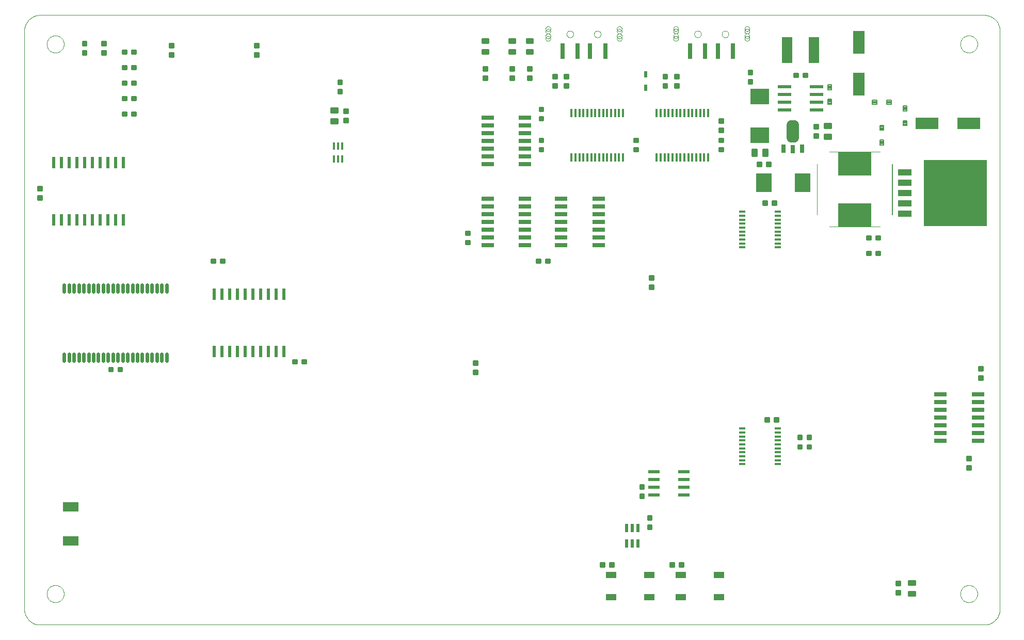
<source format=gtp>
G75*
%MOIN*%
%OFA0B0*%
%FSLAX24Y24*%
%IPPOS*%
%LPD*%
%AMOC8*
5,1,8,0,0,1.08239X$1,22.5*
%
%ADD10C,0.0000*%
%ADD11C,0.0217*%
%ADD12R,0.0780X0.0220*%
%ADD13R,0.0220X0.0520*%
%ADD14R,0.0390X0.0120*%
%ADD15R,0.0137X0.0550*%
%ADD16C,0.0088*%
%ADD17R,0.0709X0.0433*%
%ADD18R,0.0800X0.0260*%
%ADD19R,0.1500X0.0750*%
%ADD20R,0.0750X0.1500*%
%ADD21R,0.1000X0.1200*%
%ADD22R,0.1200X0.1000*%
%ADD23R,0.0669X0.1654*%
%ADD24R,0.1000X0.0600*%
%ADD25C,0.0079*%
%ADD26R,0.0220X0.0780*%
%ADD27R,0.0315X0.0984*%
%ADD28R,0.0866X0.0236*%
%ADD29R,0.4098X0.4252*%
%ADD30R,0.0850X0.0420*%
%ADD31R,0.0315X0.0551*%
%ADD32C,0.0600*%
%ADD33C,0.0100*%
%ADD34C,0.0080*%
%ADD35R,0.2165X0.1575*%
%ADD36R,0.0140X0.0460*%
%ADD37R,0.0236X0.0394*%
D10*
X000350Y001350D02*
X000350Y038720D01*
X000352Y038780D01*
X000357Y038841D01*
X000366Y038900D01*
X000379Y038959D01*
X000395Y039018D01*
X000415Y039075D01*
X000438Y039130D01*
X000465Y039185D01*
X000494Y039237D01*
X000527Y039288D01*
X000563Y039337D01*
X000601Y039383D01*
X000643Y039427D01*
X000687Y039469D01*
X000733Y039507D01*
X000782Y039543D01*
X000833Y039576D01*
X000885Y039605D01*
X000940Y039632D01*
X000995Y039655D01*
X001052Y039675D01*
X001111Y039691D01*
X001170Y039704D01*
X001229Y039713D01*
X001290Y039718D01*
X001350Y039720D01*
X062342Y039720D01*
X062402Y039718D01*
X062463Y039713D01*
X062522Y039704D01*
X062581Y039691D01*
X062640Y039675D01*
X062697Y039655D01*
X062752Y039632D01*
X062807Y039605D01*
X062859Y039576D01*
X062910Y039543D01*
X062959Y039507D01*
X063005Y039469D01*
X063049Y039427D01*
X063091Y039383D01*
X063129Y039337D01*
X063165Y039288D01*
X063198Y039237D01*
X063227Y039185D01*
X063254Y039130D01*
X063277Y039075D01*
X063297Y039018D01*
X063313Y038959D01*
X063326Y038900D01*
X063335Y038841D01*
X063340Y038780D01*
X063342Y038720D01*
X063342Y001350D01*
X063340Y001290D01*
X063335Y001229D01*
X063326Y001170D01*
X063313Y001111D01*
X063297Y001052D01*
X063277Y000995D01*
X063254Y000940D01*
X063227Y000885D01*
X063198Y000833D01*
X063165Y000782D01*
X063129Y000733D01*
X063091Y000687D01*
X063049Y000643D01*
X063005Y000601D01*
X062959Y000563D01*
X062910Y000527D01*
X062859Y000494D01*
X062807Y000465D01*
X062752Y000438D01*
X062697Y000415D01*
X062640Y000395D01*
X062581Y000379D01*
X062522Y000366D01*
X062463Y000357D01*
X062402Y000352D01*
X062342Y000350D01*
X001350Y000350D01*
X001290Y000352D01*
X001229Y000357D01*
X001170Y000366D01*
X001111Y000379D01*
X001052Y000395D01*
X000995Y000415D01*
X000940Y000438D01*
X000885Y000465D01*
X000833Y000494D01*
X000782Y000527D01*
X000733Y000563D01*
X000687Y000601D01*
X000643Y000643D01*
X000601Y000687D01*
X000563Y000733D01*
X000527Y000782D01*
X000494Y000833D01*
X000465Y000885D01*
X000438Y000940D01*
X000415Y000995D01*
X000395Y001052D01*
X000379Y001111D01*
X000366Y001170D01*
X000357Y001229D01*
X000352Y001290D01*
X000350Y001350D01*
X001799Y002350D02*
X001801Y002397D01*
X001807Y002443D01*
X001817Y002489D01*
X001830Y002534D01*
X001848Y002577D01*
X001869Y002619D01*
X001893Y002659D01*
X001921Y002696D01*
X001952Y002731D01*
X001986Y002764D01*
X002022Y002793D01*
X002061Y002819D01*
X002102Y002842D01*
X002145Y002861D01*
X002189Y002877D01*
X002234Y002889D01*
X002280Y002897D01*
X002327Y002901D01*
X002373Y002901D01*
X002420Y002897D01*
X002466Y002889D01*
X002511Y002877D01*
X002555Y002861D01*
X002598Y002842D01*
X002639Y002819D01*
X002678Y002793D01*
X002714Y002764D01*
X002748Y002731D01*
X002779Y002696D01*
X002807Y002659D01*
X002831Y002619D01*
X002852Y002577D01*
X002870Y002534D01*
X002883Y002489D01*
X002893Y002443D01*
X002899Y002397D01*
X002901Y002350D01*
X002899Y002303D01*
X002893Y002257D01*
X002883Y002211D01*
X002870Y002166D01*
X002852Y002123D01*
X002831Y002081D01*
X002807Y002041D01*
X002779Y002004D01*
X002748Y001969D01*
X002714Y001936D01*
X002678Y001907D01*
X002639Y001881D01*
X002598Y001858D01*
X002555Y001839D01*
X002511Y001823D01*
X002466Y001811D01*
X002420Y001803D01*
X002373Y001799D01*
X002327Y001799D01*
X002280Y001803D01*
X002234Y001811D01*
X002189Y001823D01*
X002145Y001839D01*
X002102Y001858D01*
X002061Y001881D01*
X002022Y001907D01*
X001986Y001936D01*
X001952Y001969D01*
X001921Y002004D01*
X001893Y002041D01*
X001869Y002081D01*
X001848Y002123D01*
X001830Y002166D01*
X001817Y002211D01*
X001807Y002257D01*
X001801Y002303D01*
X001799Y002350D01*
X001799Y037850D02*
X001801Y037897D01*
X001807Y037943D01*
X001817Y037989D01*
X001830Y038034D01*
X001848Y038077D01*
X001869Y038119D01*
X001893Y038159D01*
X001921Y038196D01*
X001952Y038231D01*
X001986Y038264D01*
X002022Y038293D01*
X002061Y038319D01*
X002102Y038342D01*
X002145Y038361D01*
X002189Y038377D01*
X002234Y038389D01*
X002280Y038397D01*
X002327Y038401D01*
X002373Y038401D01*
X002420Y038397D01*
X002466Y038389D01*
X002511Y038377D01*
X002555Y038361D01*
X002598Y038342D01*
X002639Y038319D01*
X002678Y038293D01*
X002714Y038264D01*
X002748Y038231D01*
X002779Y038196D01*
X002807Y038159D01*
X002831Y038119D01*
X002852Y038077D01*
X002870Y038034D01*
X002883Y037989D01*
X002893Y037943D01*
X002899Y037897D01*
X002901Y037850D01*
X002899Y037803D01*
X002893Y037757D01*
X002883Y037711D01*
X002870Y037666D01*
X002852Y037623D01*
X002831Y037581D01*
X002807Y037541D01*
X002779Y037504D01*
X002748Y037469D01*
X002714Y037436D01*
X002678Y037407D01*
X002639Y037381D01*
X002598Y037358D01*
X002555Y037339D01*
X002511Y037323D01*
X002466Y037311D01*
X002420Y037303D01*
X002373Y037299D01*
X002327Y037299D01*
X002280Y037303D01*
X002234Y037311D01*
X002189Y037323D01*
X002145Y037339D01*
X002102Y037358D01*
X002061Y037381D01*
X002022Y037407D01*
X001986Y037436D01*
X001952Y037469D01*
X001921Y037504D01*
X001893Y037541D01*
X001869Y037581D01*
X001848Y037623D01*
X001830Y037666D01*
X001817Y037711D01*
X001807Y037757D01*
X001801Y037803D01*
X001799Y037850D01*
X034015Y038209D02*
X034017Y038234D01*
X034023Y038258D01*
X034032Y038280D01*
X034045Y038301D01*
X034061Y038320D01*
X034080Y038336D01*
X034101Y038349D01*
X034123Y038358D01*
X034147Y038364D01*
X034172Y038366D01*
X034197Y038364D01*
X034221Y038358D01*
X034243Y038349D01*
X034264Y038336D01*
X034283Y038320D01*
X034299Y038301D01*
X034312Y038280D01*
X034321Y038258D01*
X034327Y038234D01*
X034329Y038209D01*
X034327Y038184D01*
X034321Y038160D01*
X034312Y038138D01*
X034299Y038117D01*
X034283Y038098D01*
X034264Y038082D01*
X034243Y038069D01*
X034221Y038060D01*
X034197Y038054D01*
X034172Y038052D01*
X034147Y038054D01*
X034123Y038060D01*
X034101Y038069D01*
X034080Y038082D01*
X034061Y038098D01*
X034045Y038117D01*
X034032Y038138D01*
X034023Y038160D01*
X034017Y038184D01*
X034015Y038209D01*
X034015Y038367D02*
X034017Y038392D01*
X034023Y038416D01*
X034032Y038438D01*
X034045Y038459D01*
X034061Y038478D01*
X034080Y038494D01*
X034101Y038507D01*
X034123Y038516D01*
X034147Y038522D01*
X034172Y038524D01*
X034197Y038522D01*
X034221Y038516D01*
X034243Y038507D01*
X034264Y038494D01*
X034283Y038478D01*
X034299Y038459D01*
X034312Y038438D01*
X034321Y038416D01*
X034327Y038392D01*
X034329Y038367D01*
X034327Y038342D01*
X034321Y038318D01*
X034312Y038296D01*
X034299Y038275D01*
X034283Y038256D01*
X034264Y038240D01*
X034243Y038227D01*
X034221Y038218D01*
X034197Y038212D01*
X034172Y038210D01*
X034147Y038212D01*
X034123Y038218D01*
X034101Y038227D01*
X034080Y038240D01*
X034061Y038256D01*
X034045Y038275D01*
X034032Y038296D01*
X034023Y038318D01*
X034017Y038342D01*
X034015Y038367D01*
X034015Y038682D02*
X034017Y038707D01*
X034023Y038731D01*
X034032Y038753D01*
X034045Y038774D01*
X034061Y038793D01*
X034080Y038809D01*
X034101Y038822D01*
X034123Y038831D01*
X034147Y038837D01*
X034172Y038839D01*
X034197Y038837D01*
X034221Y038831D01*
X034243Y038822D01*
X034264Y038809D01*
X034283Y038793D01*
X034299Y038774D01*
X034312Y038753D01*
X034321Y038731D01*
X034327Y038707D01*
X034329Y038682D01*
X034327Y038657D01*
X034321Y038633D01*
X034312Y038611D01*
X034299Y038590D01*
X034283Y038571D01*
X034264Y038555D01*
X034243Y038542D01*
X034221Y038533D01*
X034197Y038527D01*
X034172Y038525D01*
X034147Y038527D01*
X034123Y038533D01*
X034101Y038542D01*
X034080Y038555D01*
X034061Y038571D01*
X034045Y038590D01*
X034032Y038611D01*
X034023Y038633D01*
X034017Y038657D01*
X034015Y038682D01*
X034015Y038839D02*
X034017Y038864D01*
X034023Y038888D01*
X034032Y038910D01*
X034045Y038931D01*
X034061Y038950D01*
X034080Y038966D01*
X034101Y038979D01*
X034123Y038988D01*
X034147Y038994D01*
X034172Y038996D01*
X034197Y038994D01*
X034221Y038988D01*
X034243Y038979D01*
X034264Y038966D01*
X034283Y038950D01*
X034299Y038931D01*
X034312Y038910D01*
X034321Y038888D01*
X034327Y038864D01*
X034329Y038839D01*
X034327Y038814D01*
X034321Y038790D01*
X034312Y038768D01*
X034299Y038747D01*
X034283Y038728D01*
X034264Y038712D01*
X034243Y038699D01*
X034221Y038690D01*
X034197Y038684D01*
X034172Y038682D01*
X034147Y038684D01*
X034123Y038690D01*
X034101Y038699D01*
X034080Y038712D01*
X034061Y038728D01*
X034045Y038747D01*
X034032Y038768D01*
X034023Y038790D01*
X034017Y038814D01*
X034015Y038839D01*
X035372Y038497D02*
X035374Y038526D01*
X035380Y038554D01*
X035389Y038582D01*
X035402Y038608D01*
X035419Y038631D01*
X035438Y038653D01*
X035460Y038672D01*
X035485Y038687D01*
X035511Y038700D01*
X035539Y038708D01*
X035567Y038713D01*
X035596Y038714D01*
X035625Y038711D01*
X035653Y038704D01*
X035680Y038694D01*
X035706Y038680D01*
X035729Y038663D01*
X035750Y038643D01*
X035768Y038620D01*
X035783Y038595D01*
X035794Y038568D01*
X035802Y038540D01*
X035806Y038511D01*
X035806Y038483D01*
X035802Y038454D01*
X035794Y038426D01*
X035783Y038399D01*
X035768Y038374D01*
X035750Y038351D01*
X035729Y038331D01*
X035706Y038314D01*
X035680Y038300D01*
X035653Y038290D01*
X035625Y038283D01*
X035596Y038280D01*
X035567Y038281D01*
X035539Y038286D01*
X035511Y038294D01*
X035485Y038307D01*
X035460Y038322D01*
X035438Y038341D01*
X035419Y038363D01*
X035402Y038386D01*
X035389Y038412D01*
X035380Y038440D01*
X035374Y038468D01*
X035372Y038497D01*
X037144Y038497D02*
X037146Y038526D01*
X037152Y038554D01*
X037161Y038582D01*
X037174Y038608D01*
X037191Y038631D01*
X037210Y038653D01*
X037232Y038672D01*
X037257Y038687D01*
X037283Y038700D01*
X037311Y038708D01*
X037339Y038713D01*
X037368Y038714D01*
X037397Y038711D01*
X037425Y038704D01*
X037452Y038694D01*
X037478Y038680D01*
X037501Y038663D01*
X037522Y038643D01*
X037540Y038620D01*
X037555Y038595D01*
X037566Y038568D01*
X037574Y038540D01*
X037578Y038511D01*
X037578Y038483D01*
X037574Y038454D01*
X037566Y038426D01*
X037555Y038399D01*
X037540Y038374D01*
X037522Y038351D01*
X037501Y038331D01*
X037478Y038314D01*
X037452Y038300D01*
X037425Y038290D01*
X037397Y038283D01*
X037368Y038280D01*
X037339Y038281D01*
X037311Y038286D01*
X037283Y038294D01*
X037257Y038307D01*
X037232Y038322D01*
X037210Y038341D01*
X037191Y038363D01*
X037174Y038386D01*
X037161Y038412D01*
X037152Y038440D01*
X037146Y038468D01*
X037144Y038497D01*
X038621Y038367D02*
X038623Y038392D01*
X038629Y038416D01*
X038638Y038438D01*
X038651Y038459D01*
X038667Y038478D01*
X038686Y038494D01*
X038707Y038507D01*
X038729Y038516D01*
X038753Y038522D01*
X038778Y038524D01*
X038803Y038522D01*
X038827Y038516D01*
X038849Y038507D01*
X038870Y038494D01*
X038889Y038478D01*
X038905Y038459D01*
X038918Y038438D01*
X038927Y038416D01*
X038933Y038392D01*
X038935Y038367D01*
X038933Y038342D01*
X038927Y038318D01*
X038918Y038296D01*
X038905Y038275D01*
X038889Y038256D01*
X038870Y038240D01*
X038849Y038227D01*
X038827Y038218D01*
X038803Y038212D01*
X038778Y038210D01*
X038753Y038212D01*
X038729Y038218D01*
X038707Y038227D01*
X038686Y038240D01*
X038667Y038256D01*
X038651Y038275D01*
X038638Y038296D01*
X038629Y038318D01*
X038623Y038342D01*
X038621Y038367D01*
X038621Y038209D02*
X038623Y038234D01*
X038629Y038258D01*
X038638Y038280D01*
X038651Y038301D01*
X038667Y038320D01*
X038686Y038336D01*
X038707Y038349D01*
X038729Y038358D01*
X038753Y038364D01*
X038778Y038366D01*
X038803Y038364D01*
X038827Y038358D01*
X038849Y038349D01*
X038870Y038336D01*
X038889Y038320D01*
X038905Y038301D01*
X038918Y038280D01*
X038927Y038258D01*
X038933Y038234D01*
X038935Y038209D01*
X038933Y038184D01*
X038927Y038160D01*
X038918Y038138D01*
X038905Y038117D01*
X038889Y038098D01*
X038870Y038082D01*
X038849Y038069D01*
X038827Y038060D01*
X038803Y038054D01*
X038778Y038052D01*
X038753Y038054D01*
X038729Y038060D01*
X038707Y038069D01*
X038686Y038082D01*
X038667Y038098D01*
X038651Y038117D01*
X038638Y038138D01*
X038629Y038160D01*
X038623Y038184D01*
X038621Y038209D01*
X038621Y038682D02*
X038623Y038707D01*
X038629Y038731D01*
X038638Y038753D01*
X038651Y038774D01*
X038667Y038793D01*
X038686Y038809D01*
X038707Y038822D01*
X038729Y038831D01*
X038753Y038837D01*
X038778Y038839D01*
X038803Y038837D01*
X038827Y038831D01*
X038849Y038822D01*
X038870Y038809D01*
X038889Y038793D01*
X038905Y038774D01*
X038918Y038753D01*
X038927Y038731D01*
X038933Y038707D01*
X038935Y038682D01*
X038933Y038657D01*
X038927Y038633D01*
X038918Y038611D01*
X038905Y038590D01*
X038889Y038571D01*
X038870Y038555D01*
X038849Y038542D01*
X038827Y038533D01*
X038803Y038527D01*
X038778Y038525D01*
X038753Y038527D01*
X038729Y038533D01*
X038707Y038542D01*
X038686Y038555D01*
X038667Y038571D01*
X038651Y038590D01*
X038638Y038611D01*
X038629Y038633D01*
X038623Y038657D01*
X038621Y038682D01*
X038621Y038839D02*
X038623Y038864D01*
X038629Y038888D01*
X038638Y038910D01*
X038651Y038931D01*
X038667Y038950D01*
X038686Y038966D01*
X038707Y038979D01*
X038729Y038988D01*
X038753Y038994D01*
X038778Y038996D01*
X038803Y038994D01*
X038827Y038988D01*
X038849Y038979D01*
X038870Y038966D01*
X038889Y038950D01*
X038905Y038931D01*
X038918Y038910D01*
X038927Y038888D01*
X038933Y038864D01*
X038935Y038839D01*
X038933Y038814D01*
X038927Y038790D01*
X038918Y038768D01*
X038905Y038747D01*
X038889Y038728D01*
X038870Y038712D01*
X038849Y038699D01*
X038827Y038690D01*
X038803Y038684D01*
X038778Y038682D01*
X038753Y038684D01*
X038729Y038690D01*
X038707Y038699D01*
X038686Y038712D01*
X038667Y038728D01*
X038651Y038747D01*
X038638Y038768D01*
X038629Y038790D01*
X038623Y038814D01*
X038621Y038839D01*
X042265Y038839D02*
X042267Y038864D01*
X042273Y038888D01*
X042282Y038910D01*
X042295Y038931D01*
X042311Y038950D01*
X042330Y038966D01*
X042351Y038979D01*
X042373Y038988D01*
X042397Y038994D01*
X042422Y038996D01*
X042447Y038994D01*
X042471Y038988D01*
X042493Y038979D01*
X042514Y038966D01*
X042533Y038950D01*
X042549Y038931D01*
X042562Y038910D01*
X042571Y038888D01*
X042577Y038864D01*
X042579Y038839D01*
X042577Y038814D01*
X042571Y038790D01*
X042562Y038768D01*
X042549Y038747D01*
X042533Y038728D01*
X042514Y038712D01*
X042493Y038699D01*
X042471Y038690D01*
X042447Y038684D01*
X042422Y038682D01*
X042397Y038684D01*
X042373Y038690D01*
X042351Y038699D01*
X042330Y038712D01*
X042311Y038728D01*
X042295Y038747D01*
X042282Y038768D01*
X042273Y038790D01*
X042267Y038814D01*
X042265Y038839D01*
X042265Y038682D02*
X042267Y038707D01*
X042273Y038731D01*
X042282Y038753D01*
X042295Y038774D01*
X042311Y038793D01*
X042330Y038809D01*
X042351Y038822D01*
X042373Y038831D01*
X042397Y038837D01*
X042422Y038839D01*
X042447Y038837D01*
X042471Y038831D01*
X042493Y038822D01*
X042514Y038809D01*
X042533Y038793D01*
X042549Y038774D01*
X042562Y038753D01*
X042571Y038731D01*
X042577Y038707D01*
X042579Y038682D01*
X042577Y038657D01*
X042571Y038633D01*
X042562Y038611D01*
X042549Y038590D01*
X042533Y038571D01*
X042514Y038555D01*
X042493Y038542D01*
X042471Y038533D01*
X042447Y038527D01*
X042422Y038525D01*
X042397Y038527D01*
X042373Y038533D01*
X042351Y038542D01*
X042330Y038555D01*
X042311Y038571D01*
X042295Y038590D01*
X042282Y038611D01*
X042273Y038633D01*
X042267Y038657D01*
X042265Y038682D01*
X042265Y038367D02*
X042267Y038392D01*
X042273Y038416D01*
X042282Y038438D01*
X042295Y038459D01*
X042311Y038478D01*
X042330Y038494D01*
X042351Y038507D01*
X042373Y038516D01*
X042397Y038522D01*
X042422Y038524D01*
X042447Y038522D01*
X042471Y038516D01*
X042493Y038507D01*
X042514Y038494D01*
X042533Y038478D01*
X042549Y038459D01*
X042562Y038438D01*
X042571Y038416D01*
X042577Y038392D01*
X042579Y038367D01*
X042577Y038342D01*
X042571Y038318D01*
X042562Y038296D01*
X042549Y038275D01*
X042533Y038256D01*
X042514Y038240D01*
X042493Y038227D01*
X042471Y038218D01*
X042447Y038212D01*
X042422Y038210D01*
X042397Y038212D01*
X042373Y038218D01*
X042351Y038227D01*
X042330Y038240D01*
X042311Y038256D01*
X042295Y038275D01*
X042282Y038296D01*
X042273Y038318D01*
X042267Y038342D01*
X042265Y038367D01*
X042265Y038209D02*
X042267Y038234D01*
X042273Y038258D01*
X042282Y038280D01*
X042295Y038301D01*
X042311Y038320D01*
X042330Y038336D01*
X042351Y038349D01*
X042373Y038358D01*
X042397Y038364D01*
X042422Y038366D01*
X042447Y038364D01*
X042471Y038358D01*
X042493Y038349D01*
X042514Y038336D01*
X042533Y038320D01*
X042549Y038301D01*
X042562Y038280D01*
X042571Y038258D01*
X042577Y038234D01*
X042579Y038209D01*
X042577Y038184D01*
X042571Y038160D01*
X042562Y038138D01*
X042549Y038117D01*
X042533Y038098D01*
X042514Y038082D01*
X042493Y038069D01*
X042471Y038060D01*
X042447Y038054D01*
X042422Y038052D01*
X042397Y038054D01*
X042373Y038060D01*
X042351Y038069D01*
X042330Y038082D01*
X042311Y038098D01*
X042295Y038117D01*
X042282Y038138D01*
X042273Y038160D01*
X042267Y038184D01*
X042265Y038209D01*
X043622Y038497D02*
X043624Y038526D01*
X043630Y038554D01*
X043639Y038582D01*
X043652Y038608D01*
X043669Y038631D01*
X043688Y038653D01*
X043710Y038672D01*
X043735Y038687D01*
X043761Y038700D01*
X043789Y038708D01*
X043817Y038713D01*
X043846Y038714D01*
X043875Y038711D01*
X043903Y038704D01*
X043930Y038694D01*
X043956Y038680D01*
X043979Y038663D01*
X044000Y038643D01*
X044018Y038620D01*
X044033Y038595D01*
X044044Y038568D01*
X044052Y038540D01*
X044056Y038511D01*
X044056Y038483D01*
X044052Y038454D01*
X044044Y038426D01*
X044033Y038399D01*
X044018Y038374D01*
X044000Y038351D01*
X043979Y038331D01*
X043956Y038314D01*
X043930Y038300D01*
X043903Y038290D01*
X043875Y038283D01*
X043846Y038280D01*
X043817Y038281D01*
X043789Y038286D01*
X043761Y038294D01*
X043735Y038307D01*
X043710Y038322D01*
X043688Y038341D01*
X043669Y038363D01*
X043652Y038386D01*
X043639Y038412D01*
X043630Y038440D01*
X043624Y038468D01*
X043622Y038497D01*
X045394Y038497D02*
X045396Y038526D01*
X045402Y038554D01*
X045411Y038582D01*
X045424Y038608D01*
X045441Y038631D01*
X045460Y038653D01*
X045482Y038672D01*
X045507Y038687D01*
X045533Y038700D01*
X045561Y038708D01*
X045589Y038713D01*
X045618Y038714D01*
X045647Y038711D01*
X045675Y038704D01*
X045702Y038694D01*
X045728Y038680D01*
X045751Y038663D01*
X045772Y038643D01*
X045790Y038620D01*
X045805Y038595D01*
X045816Y038568D01*
X045824Y038540D01*
X045828Y038511D01*
X045828Y038483D01*
X045824Y038454D01*
X045816Y038426D01*
X045805Y038399D01*
X045790Y038374D01*
X045772Y038351D01*
X045751Y038331D01*
X045728Y038314D01*
X045702Y038300D01*
X045675Y038290D01*
X045647Y038283D01*
X045618Y038280D01*
X045589Y038281D01*
X045561Y038286D01*
X045533Y038294D01*
X045507Y038307D01*
X045482Y038322D01*
X045460Y038341D01*
X045441Y038363D01*
X045424Y038386D01*
X045411Y038412D01*
X045402Y038440D01*
X045396Y038468D01*
X045394Y038497D01*
X046871Y038367D02*
X046873Y038392D01*
X046879Y038416D01*
X046888Y038438D01*
X046901Y038459D01*
X046917Y038478D01*
X046936Y038494D01*
X046957Y038507D01*
X046979Y038516D01*
X047003Y038522D01*
X047028Y038524D01*
X047053Y038522D01*
X047077Y038516D01*
X047099Y038507D01*
X047120Y038494D01*
X047139Y038478D01*
X047155Y038459D01*
X047168Y038438D01*
X047177Y038416D01*
X047183Y038392D01*
X047185Y038367D01*
X047183Y038342D01*
X047177Y038318D01*
X047168Y038296D01*
X047155Y038275D01*
X047139Y038256D01*
X047120Y038240D01*
X047099Y038227D01*
X047077Y038218D01*
X047053Y038212D01*
X047028Y038210D01*
X047003Y038212D01*
X046979Y038218D01*
X046957Y038227D01*
X046936Y038240D01*
X046917Y038256D01*
X046901Y038275D01*
X046888Y038296D01*
X046879Y038318D01*
X046873Y038342D01*
X046871Y038367D01*
X046871Y038209D02*
X046873Y038234D01*
X046879Y038258D01*
X046888Y038280D01*
X046901Y038301D01*
X046917Y038320D01*
X046936Y038336D01*
X046957Y038349D01*
X046979Y038358D01*
X047003Y038364D01*
X047028Y038366D01*
X047053Y038364D01*
X047077Y038358D01*
X047099Y038349D01*
X047120Y038336D01*
X047139Y038320D01*
X047155Y038301D01*
X047168Y038280D01*
X047177Y038258D01*
X047183Y038234D01*
X047185Y038209D01*
X047183Y038184D01*
X047177Y038160D01*
X047168Y038138D01*
X047155Y038117D01*
X047139Y038098D01*
X047120Y038082D01*
X047099Y038069D01*
X047077Y038060D01*
X047053Y038054D01*
X047028Y038052D01*
X047003Y038054D01*
X046979Y038060D01*
X046957Y038069D01*
X046936Y038082D01*
X046917Y038098D01*
X046901Y038117D01*
X046888Y038138D01*
X046879Y038160D01*
X046873Y038184D01*
X046871Y038209D01*
X046871Y038682D02*
X046873Y038707D01*
X046879Y038731D01*
X046888Y038753D01*
X046901Y038774D01*
X046917Y038793D01*
X046936Y038809D01*
X046957Y038822D01*
X046979Y038831D01*
X047003Y038837D01*
X047028Y038839D01*
X047053Y038837D01*
X047077Y038831D01*
X047099Y038822D01*
X047120Y038809D01*
X047139Y038793D01*
X047155Y038774D01*
X047168Y038753D01*
X047177Y038731D01*
X047183Y038707D01*
X047185Y038682D01*
X047183Y038657D01*
X047177Y038633D01*
X047168Y038611D01*
X047155Y038590D01*
X047139Y038571D01*
X047120Y038555D01*
X047099Y038542D01*
X047077Y038533D01*
X047053Y038527D01*
X047028Y038525D01*
X047003Y038527D01*
X046979Y038533D01*
X046957Y038542D01*
X046936Y038555D01*
X046917Y038571D01*
X046901Y038590D01*
X046888Y038611D01*
X046879Y038633D01*
X046873Y038657D01*
X046871Y038682D01*
X046871Y038839D02*
X046873Y038864D01*
X046879Y038888D01*
X046888Y038910D01*
X046901Y038931D01*
X046917Y038950D01*
X046936Y038966D01*
X046957Y038979D01*
X046979Y038988D01*
X047003Y038994D01*
X047028Y038996D01*
X047053Y038994D01*
X047077Y038988D01*
X047099Y038979D01*
X047120Y038966D01*
X047139Y038950D01*
X047155Y038931D01*
X047168Y038910D01*
X047177Y038888D01*
X047183Y038864D01*
X047185Y038839D01*
X047183Y038814D01*
X047177Y038790D01*
X047168Y038768D01*
X047155Y038747D01*
X047139Y038728D01*
X047120Y038712D01*
X047099Y038699D01*
X047077Y038690D01*
X047053Y038684D01*
X047028Y038682D01*
X047003Y038684D01*
X046979Y038690D01*
X046957Y038699D01*
X046936Y038712D01*
X046917Y038728D01*
X046901Y038747D01*
X046888Y038768D01*
X046879Y038790D01*
X046873Y038814D01*
X046871Y038839D01*
X052341Y030896D02*
X055609Y030896D01*
X051554Y030109D02*
X051554Y026841D01*
X052341Y026054D02*
X055609Y026054D01*
X060799Y037850D02*
X060801Y037897D01*
X060807Y037943D01*
X060817Y037989D01*
X060830Y038034D01*
X060848Y038077D01*
X060869Y038119D01*
X060893Y038159D01*
X060921Y038196D01*
X060952Y038231D01*
X060986Y038264D01*
X061022Y038293D01*
X061061Y038319D01*
X061102Y038342D01*
X061145Y038361D01*
X061189Y038377D01*
X061234Y038389D01*
X061280Y038397D01*
X061327Y038401D01*
X061373Y038401D01*
X061420Y038397D01*
X061466Y038389D01*
X061511Y038377D01*
X061555Y038361D01*
X061598Y038342D01*
X061639Y038319D01*
X061678Y038293D01*
X061714Y038264D01*
X061748Y038231D01*
X061779Y038196D01*
X061807Y038159D01*
X061831Y038119D01*
X061852Y038077D01*
X061870Y038034D01*
X061883Y037989D01*
X061893Y037943D01*
X061899Y037897D01*
X061901Y037850D01*
X061899Y037803D01*
X061893Y037757D01*
X061883Y037711D01*
X061870Y037666D01*
X061852Y037623D01*
X061831Y037581D01*
X061807Y037541D01*
X061779Y037504D01*
X061748Y037469D01*
X061714Y037436D01*
X061678Y037407D01*
X061639Y037381D01*
X061598Y037358D01*
X061555Y037339D01*
X061511Y037323D01*
X061466Y037311D01*
X061420Y037303D01*
X061373Y037299D01*
X061327Y037299D01*
X061280Y037303D01*
X061234Y037311D01*
X061189Y037323D01*
X061145Y037339D01*
X061102Y037358D01*
X061061Y037381D01*
X061022Y037407D01*
X060986Y037436D01*
X060952Y037469D01*
X060921Y037504D01*
X060893Y037541D01*
X060869Y037581D01*
X060848Y037623D01*
X060830Y037666D01*
X060817Y037711D01*
X060807Y037757D01*
X060801Y037803D01*
X060799Y037850D01*
X060799Y002350D02*
X060801Y002397D01*
X060807Y002443D01*
X060817Y002489D01*
X060830Y002534D01*
X060848Y002577D01*
X060869Y002619D01*
X060893Y002659D01*
X060921Y002696D01*
X060952Y002731D01*
X060986Y002764D01*
X061022Y002793D01*
X061061Y002819D01*
X061102Y002842D01*
X061145Y002861D01*
X061189Y002877D01*
X061234Y002889D01*
X061280Y002897D01*
X061327Y002901D01*
X061373Y002901D01*
X061420Y002897D01*
X061466Y002889D01*
X061511Y002877D01*
X061555Y002861D01*
X061598Y002842D01*
X061639Y002819D01*
X061678Y002793D01*
X061714Y002764D01*
X061748Y002731D01*
X061779Y002696D01*
X061807Y002659D01*
X061831Y002619D01*
X061852Y002577D01*
X061870Y002534D01*
X061883Y002489D01*
X061893Y002443D01*
X061899Y002397D01*
X061901Y002350D01*
X061899Y002303D01*
X061893Y002257D01*
X061883Y002211D01*
X061870Y002166D01*
X061852Y002123D01*
X061831Y002081D01*
X061807Y002041D01*
X061779Y002004D01*
X061748Y001969D01*
X061714Y001936D01*
X061678Y001907D01*
X061639Y001881D01*
X061598Y001858D01*
X061555Y001839D01*
X061511Y001823D01*
X061466Y001811D01*
X061420Y001803D01*
X061373Y001799D01*
X061327Y001799D01*
X061280Y001803D01*
X061234Y001811D01*
X061189Y001823D01*
X061145Y001839D01*
X061102Y001858D01*
X061061Y001881D01*
X061022Y001907D01*
X060986Y001936D01*
X060952Y001969D01*
X060921Y002004D01*
X060893Y002041D01*
X060869Y002081D01*
X060848Y002123D01*
X060830Y002166D01*
X060817Y002211D01*
X060807Y002257D01*
X060801Y002303D01*
X060799Y002350D01*
D11*
X009532Y017407D02*
X009532Y017407D01*
X009532Y017821D01*
X009532Y017821D01*
X009532Y017407D01*
X009532Y017623D02*
X009532Y017623D01*
X009217Y017407D02*
X009217Y017407D01*
X009217Y017821D01*
X009217Y017821D01*
X009217Y017407D01*
X009217Y017623D02*
X009217Y017623D01*
X008902Y017407D02*
X008902Y017407D01*
X008902Y017821D01*
X008902Y017821D01*
X008902Y017407D01*
X008902Y017623D02*
X008902Y017623D01*
X008587Y017407D02*
X008587Y017407D01*
X008587Y017821D01*
X008587Y017821D01*
X008587Y017407D01*
X008587Y017623D02*
X008587Y017623D01*
X008272Y017407D02*
X008272Y017407D01*
X008272Y017821D01*
X008272Y017821D01*
X008272Y017407D01*
X008272Y017623D02*
X008272Y017623D01*
X007957Y017407D02*
X007957Y017407D01*
X007957Y017821D01*
X007957Y017821D01*
X007957Y017407D01*
X007957Y017623D02*
X007957Y017623D01*
X007642Y017407D02*
X007642Y017407D01*
X007642Y017821D01*
X007642Y017821D01*
X007642Y017407D01*
X007642Y017623D02*
X007642Y017623D01*
X007327Y017407D02*
X007327Y017407D01*
X007327Y017821D01*
X007327Y017821D01*
X007327Y017407D01*
X007327Y017623D02*
X007327Y017623D01*
X007012Y017407D02*
X007012Y017407D01*
X007012Y017821D01*
X007012Y017821D01*
X007012Y017407D01*
X007012Y017623D02*
X007012Y017623D01*
X006697Y017407D02*
X006697Y017407D01*
X006697Y017821D01*
X006697Y017821D01*
X006697Y017407D01*
X006697Y017623D02*
X006697Y017623D01*
X006382Y017407D02*
X006382Y017407D01*
X006382Y017821D01*
X006382Y017821D01*
X006382Y017407D01*
X006382Y017623D02*
X006382Y017623D01*
X006068Y017407D02*
X006068Y017407D01*
X006068Y017821D01*
X006068Y017821D01*
X006068Y017407D01*
X006068Y017623D02*
X006068Y017623D01*
X005753Y017407D02*
X005753Y017407D01*
X005753Y017821D01*
X005753Y017821D01*
X005753Y017407D01*
X005753Y017623D02*
X005753Y017623D01*
X005438Y017407D02*
X005438Y017407D01*
X005438Y017821D01*
X005438Y017821D01*
X005438Y017407D01*
X005438Y017623D02*
X005438Y017623D01*
X005123Y017407D02*
X005123Y017407D01*
X005123Y017821D01*
X005123Y017821D01*
X005123Y017407D01*
X005123Y017623D02*
X005123Y017623D01*
X004808Y017407D02*
X004808Y017407D01*
X004808Y017821D01*
X004808Y017821D01*
X004808Y017407D01*
X004808Y017623D02*
X004808Y017623D01*
X004493Y017407D02*
X004493Y017407D01*
X004493Y017821D01*
X004493Y017821D01*
X004493Y017407D01*
X004493Y017623D02*
X004493Y017623D01*
X004178Y017407D02*
X004178Y017407D01*
X004178Y017821D01*
X004178Y017821D01*
X004178Y017407D01*
X004178Y017623D02*
X004178Y017623D01*
X003863Y017407D02*
X003863Y017407D01*
X003863Y017821D01*
X003863Y017821D01*
X003863Y017407D01*
X003863Y017623D02*
X003863Y017623D01*
X003548Y017407D02*
X003548Y017407D01*
X003548Y017821D01*
X003548Y017821D01*
X003548Y017407D01*
X003548Y017623D02*
X003548Y017623D01*
X003233Y017407D02*
X003233Y017407D01*
X003233Y017821D01*
X003233Y017821D01*
X003233Y017407D01*
X003233Y017623D02*
X003233Y017623D01*
X002918Y017407D02*
X002918Y017407D01*
X002918Y017821D01*
X002918Y017821D01*
X002918Y017407D01*
X002918Y017623D02*
X002918Y017623D01*
X002918Y022293D02*
X002918Y022293D01*
X002918Y021879D01*
X002918Y021879D01*
X002918Y022293D01*
X002918Y022095D02*
X002918Y022095D01*
X003233Y022293D02*
X003233Y022293D01*
X003233Y021879D01*
X003233Y021879D01*
X003233Y022293D01*
X003233Y022095D02*
X003233Y022095D01*
X003548Y022293D02*
X003548Y022293D01*
X003548Y021879D01*
X003548Y021879D01*
X003548Y022293D01*
X003548Y022095D02*
X003548Y022095D01*
X003863Y022293D02*
X003863Y022293D01*
X003863Y021879D01*
X003863Y021879D01*
X003863Y022293D01*
X003863Y022095D02*
X003863Y022095D01*
X004178Y022293D02*
X004178Y022293D01*
X004178Y021879D01*
X004178Y021879D01*
X004178Y022293D01*
X004178Y022095D02*
X004178Y022095D01*
X004493Y022293D02*
X004493Y022293D01*
X004493Y021879D01*
X004493Y021879D01*
X004493Y022293D01*
X004493Y022095D02*
X004493Y022095D01*
X004808Y022293D02*
X004808Y022293D01*
X004808Y021879D01*
X004808Y021879D01*
X004808Y022293D01*
X004808Y022095D02*
X004808Y022095D01*
X005123Y022293D02*
X005123Y022293D01*
X005123Y021879D01*
X005123Y021879D01*
X005123Y022293D01*
X005123Y022095D02*
X005123Y022095D01*
X005438Y022293D02*
X005438Y022293D01*
X005438Y021879D01*
X005438Y021879D01*
X005438Y022293D01*
X005438Y022095D02*
X005438Y022095D01*
X005753Y022293D02*
X005753Y022293D01*
X005753Y021879D01*
X005753Y021879D01*
X005753Y022293D01*
X005753Y022095D02*
X005753Y022095D01*
X006068Y022293D02*
X006068Y022293D01*
X006068Y021879D01*
X006068Y021879D01*
X006068Y022293D01*
X006068Y022095D02*
X006068Y022095D01*
X006382Y022293D02*
X006382Y022293D01*
X006382Y021879D01*
X006382Y021879D01*
X006382Y022293D01*
X006382Y022095D02*
X006382Y022095D01*
X006697Y022293D02*
X006697Y022293D01*
X006697Y021879D01*
X006697Y021879D01*
X006697Y022293D01*
X006697Y022095D02*
X006697Y022095D01*
X007012Y022293D02*
X007012Y022293D01*
X007012Y021879D01*
X007012Y021879D01*
X007012Y022293D01*
X007012Y022095D02*
X007012Y022095D01*
X007327Y022293D02*
X007327Y022293D01*
X007327Y021879D01*
X007327Y021879D01*
X007327Y022293D01*
X007327Y022095D02*
X007327Y022095D01*
X007642Y022293D02*
X007642Y022293D01*
X007642Y021879D01*
X007642Y021879D01*
X007642Y022293D01*
X007642Y022095D02*
X007642Y022095D01*
X007957Y022293D02*
X007957Y022293D01*
X007957Y021879D01*
X007957Y021879D01*
X007957Y022293D01*
X007957Y022095D02*
X007957Y022095D01*
X008272Y022293D02*
X008272Y022293D01*
X008272Y021879D01*
X008272Y021879D01*
X008272Y022293D01*
X008272Y022095D02*
X008272Y022095D01*
X008587Y022293D02*
X008587Y022293D01*
X008587Y021879D01*
X008587Y021879D01*
X008587Y022293D01*
X008587Y022095D02*
X008587Y022095D01*
X008902Y022293D02*
X008902Y022293D01*
X008902Y021879D01*
X008902Y021879D01*
X008902Y022293D01*
X008902Y022095D02*
X008902Y022095D01*
X009217Y022293D02*
X009217Y022293D01*
X009217Y021879D01*
X009217Y021879D01*
X009217Y022293D01*
X009217Y022095D02*
X009217Y022095D01*
X009532Y022293D02*
X009532Y022293D01*
X009532Y021879D01*
X009532Y021879D01*
X009532Y022293D01*
X009532Y022095D02*
X009532Y022095D01*
D12*
X041005Y010225D03*
X041005Y009725D03*
X041005Y009225D03*
X041005Y008725D03*
X042945Y008725D03*
X042945Y009225D03*
X042945Y009725D03*
X042945Y010225D03*
D13*
X039970Y006600D03*
X039600Y006600D03*
X039230Y006600D03*
X039230Y005600D03*
X039600Y005600D03*
X039970Y005600D03*
D14*
X046701Y010718D03*
X046701Y010974D03*
X046701Y011230D03*
X046701Y011486D03*
X046701Y011742D03*
X046701Y011998D03*
X046701Y012254D03*
X046701Y012509D03*
X046701Y012765D03*
X046701Y013021D03*
X048999Y013021D03*
X048999Y012765D03*
X048999Y012509D03*
X048999Y012254D03*
X048999Y011998D03*
X048999Y011742D03*
X048999Y011486D03*
X048999Y011230D03*
X048999Y010974D03*
X048999Y010718D03*
X048999Y024718D03*
X048999Y024974D03*
X048999Y025230D03*
X048999Y025486D03*
X048999Y025742D03*
X048999Y025998D03*
X048999Y026254D03*
X048999Y026509D03*
X048999Y026765D03*
X048999Y027021D03*
X046701Y027021D03*
X046701Y026765D03*
X046701Y026509D03*
X046701Y026254D03*
X046701Y025998D03*
X046701Y025742D03*
X046701Y025486D03*
X046701Y025230D03*
X046701Y024974D03*
X046701Y024718D03*
D15*
X044513Y030536D03*
X044257Y030536D03*
X044002Y030536D03*
X043746Y030536D03*
X043490Y030536D03*
X043234Y030536D03*
X042978Y030536D03*
X042722Y030536D03*
X042466Y030536D03*
X042210Y030536D03*
X041954Y030536D03*
X041698Y030536D03*
X041443Y030536D03*
X041187Y030536D03*
X039013Y030536D03*
X038757Y030536D03*
X038502Y030536D03*
X038246Y030536D03*
X037990Y030536D03*
X037734Y030536D03*
X037478Y030536D03*
X037222Y030536D03*
X036966Y030536D03*
X036710Y030536D03*
X036454Y030536D03*
X036198Y030536D03*
X035943Y030536D03*
X035687Y030536D03*
X035687Y033414D03*
X035943Y033414D03*
X036198Y033414D03*
X036454Y033414D03*
X036710Y033414D03*
X036966Y033414D03*
X037222Y033414D03*
X037478Y033414D03*
X037734Y033414D03*
X037990Y033414D03*
X038246Y033414D03*
X038502Y033414D03*
X038757Y033414D03*
X039013Y033414D03*
X041187Y033414D03*
X041443Y033414D03*
X041698Y033414D03*
X041954Y033414D03*
X042210Y033414D03*
X042466Y033414D03*
X042722Y033414D03*
X042978Y033414D03*
X043234Y033414D03*
X043490Y033414D03*
X043746Y033414D03*
X044002Y033414D03*
X044257Y033414D03*
X044513Y033414D03*
D16*
X045481Y033031D02*
X045481Y032769D01*
X045219Y032769D01*
X045219Y033031D01*
X045481Y033031D01*
X045481Y032856D02*
X045219Y032856D01*
X045219Y032943D02*
X045481Y032943D01*
X045481Y033030D02*
X045219Y033030D01*
X045481Y032431D02*
X045481Y032169D01*
X045219Y032169D01*
X045219Y032431D01*
X045481Y032431D01*
X045481Y032256D02*
X045219Y032256D01*
X045219Y032343D02*
X045481Y032343D01*
X045481Y032430D02*
X045219Y032430D01*
X045219Y031781D02*
X045219Y031519D01*
X045219Y031781D02*
X045481Y031781D01*
X045481Y031519D01*
X045219Y031519D01*
X045219Y031606D02*
X045481Y031606D01*
X045481Y031693D02*
X045219Y031693D01*
X045219Y031780D02*
X045481Y031780D01*
X045219Y031181D02*
X045219Y030919D01*
X045219Y031181D02*
X045481Y031181D01*
X045481Y030919D01*
X045219Y030919D01*
X045219Y031006D02*
X045481Y031006D01*
X045481Y031093D02*
X045219Y031093D01*
X045219Y031180D02*
X045481Y031180D01*
X047669Y029969D02*
X047931Y029969D01*
X047669Y029969D02*
X047669Y030231D01*
X047931Y030231D01*
X047931Y029969D01*
X047931Y030056D02*
X047669Y030056D01*
X047669Y030143D02*
X047931Y030143D01*
X047931Y030230D02*
X047669Y030230D01*
X048269Y029969D02*
X048531Y029969D01*
X048269Y029969D02*
X048269Y030231D01*
X048531Y030231D01*
X048531Y029969D01*
X048531Y030056D02*
X048269Y030056D01*
X048269Y030143D02*
X048531Y030143D01*
X048531Y030230D02*
X048269Y030230D01*
X051344Y031794D02*
X051344Y032056D01*
X051606Y032056D01*
X051606Y031794D01*
X051344Y031794D01*
X051344Y031881D02*
X051606Y031881D01*
X051606Y031968D02*
X051344Y031968D01*
X051344Y032055D02*
X051606Y032055D01*
X051344Y032394D02*
X051344Y032656D01*
X051606Y032656D01*
X051606Y032394D01*
X051344Y032394D01*
X051344Y032481D02*
X051606Y032481D01*
X051606Y032568D02*
X051344Y032568D01*
X051344Y032655D02*
X051606Y032655D01*
X050906Y035719D02*
X050644Y035719D01*
X050644Y035981D01*
X050906Y035981D01*
X050906Y035719D01*
X050906Y035806D02*
X050644Y035806D01*
X050644Y035893D02*
X050906Y035893D01*
X050906Y035980D02*
X050644Y035980D01*
X050306Y035719D02*
X050044Y035719D01*
X050044Y035981D01*
X050306Y035981D01*
X050306Y035719D01*
X050306Y035806D02*
X050044Y035806D01*
X050044Y035893D02*
X050306Y035893D01*
X050306Y035980D02*
X050044Y035980D01*
X047094Y035894D02*
X047094Y036156D01*
X047356Y036156D01*
X047356Y035894D01*
X047094Y035894D01*
X047094Y035981D02*
X047356Y035981D01*
X047356Y036068D02*
X047094Y036068D01*
X047094Y036155D02*
X047356Y036155D01*
X047094Y035556D02*
X047094Y035294D01*
X047094Y035556D02*
X047356Y035556D01*
X047356Y035294D01*
X047094Y035294D01*
X047094Y035381D02*
X047356Y035381D01*
X047356Y035468D02*
X047094Y035468D01*
X047094Y035555D02*
X047356Y035555D01*
X042606Y035644D02*
X042606Y035906D01*
X042606Y035644D02*
X042344Y035644D01*
X042344Y035906D01*
X042606Y035906D01*
X042606Y035731D02*
X042344Y035731D01*
X042344Y035818D02*
X042606Y035818D01*
X042606Y035905D02*
X042344Y035905D01*
X041594Y035906D02*
X041594Y035644D01*
X041594Y035906D02*
X041856Y035906D01*
X041856Y035644D01*
X041594Y035644D01*
X041594Y035731D02*
X041856Y035731D01*
X041856Y035818D02*
X041594Y035818D01*
X041594Y035905D02*
X041856Y035905D01*
X041594Y035306D02*
X041594Y035044D01*
X041594Y035306D02*
X041856Y035306D01*
X041856Y035044D01*
X041594Y035044D01*
X041594Y035131D02*
X041856Y035131D01*
X041856Y035218D02*
X041594Y035218D01*
X041594Y035305D02*
X041856Y035305D01*
X042606Y035306D02*
X042606Y035044D01*
X042344Y035044D01*
X042344Y035306D01*
X042606Y035306D01*
X042606Y035131D02*
X042344Y035131D01*
X042344Y035218D02*
X042606Y035218D01*
X042606Y035305D02*
X042344Y035305D01*
X039981Y031781D02*
X039981Y031519D01*
X039719Y031519D01*
X039719Y031781D01*
X039981Y031781D01*
X039981Y031606D02*
X039719Y031606D01*
X039719Y031693D02*
X039981Y031693D01*
X039981Y031780D02*
X039719Y031780D01*
X039981Y031181D02*
X039981Y030919D01*
X039719Y030919D01*
X039719Y031181D01*
X039981Y031181D01*
X039981Y031006D02*
X039719Y031006D01*
X039719Y031093D02*
X039981Y031093D01*
X039981Y031180D02*
X039719Y031180D01*
X035481Y035044D02*
X035481Y035306D01*
X035481Y035044D02*
X035219Y035044D01*
X035219Y035306D01*
X035481Y035306D01*
X035481Y035131D02*
X035219Y035131D01*
X035219Y035218D02*
X035481Y035218D01*
X035481Y035305D02*
X035219Y035305D01*
X035481Y035644D02*
X035481Y035906D01*
X035481Y035644D02*
X035219Y035644D01*
X035219Y035906D01*
X035481Y035906D01*
X035481Y035731D02*
X035219Y035731D01*
X035219Y035818D02*
X035481Y035818D01*
X035481Y035905D02*
X035219Y035905D01*
X034469Y035906D02*
X034469Y035644D01*
X034469Y035906D02*
X034731Y035906D01*
X034731Y035644D01*
X034469Y035644D01*
X034469Y035731D02*
X034731Y035731D01*
X034731Y035818D02*
X034469Y035818D01*
X034469Y035905D02*
X034731Y035905D01*
X034469Y035306D02*
X034469Y035044D01*
X034469Y035306D02*
X034731Y035306D01*
X034731Y035044D01*
X034469Y035044D01*
X034469Y035131D02*
X034731Y035131D01*
X034731Y035218D02*
X034469Y035218D01*
X034469Y035305D02*
X034731Y035305D01*
X033106Y035544D02*
X033106Y035806D01*
X033106Y035544D02*
X032844Y035544D01*
X032844Y035806D01*
X033106Y035806D01*
X033106Y035631D02*
X032844Y035631D01*
X032844Y035718D02*
X033106Y035718D01*
X033106Y035805D02*
X032844Y035805D01*
X033106Y036144D02*
X033106Y036406D01*
X033106Y036144D02*
X032844Y036144D01*
X032844Y036406D01*
X033106Y036406D01*
X033106Y036231D02*
X032844Y036231D01*
X032844Y036318D02*
X033106Y036318D01*
X033106Y036405D02*
X032844Y036405D01*
X031981Y036406D02*
X031981Y036144D01*
X031719Y036144D01*
X031719Y036406D01*
X031981Y036406D01*
X031981Y036231D02*
X031719Y036231D01*
X031719Y036318D02*
X031981Y036318D01*
X031981Y036405D02*
X031719Y036405D01*
X031981Y035806D02*
X031981Y035544D01*
X031719Y035544D01*
X031719Y035806D01*
X031981Y035806D01*
X031981Y035631D02*
X031719Y035631D01*
X031719Y035718D02*
X031981Y035718D01*
X031981Y035805D02*
X031719Y035805D01*
X030231Y035806D02*
X030231Y035544D01*
X029969Y035544D01*
X029969Y035806D01*
X030231Y035806D01*
X030231Y035631D02*
X029969Y035631D01*
X029969Y035718D02*
X030231Y035718D01*
X030231Y035805D02*
X029969Y035805D01*
X030231Y036144D02*
X030231Y036406D01*
X030231Y036144D02*
X029969Y036144D01*
X029969Y036406D01*
X030231Y036406D01*
X030231Y036231D02*
X029969Y036231D01*
X029969Y036318D02*
X030231Y036318D01*
X030231Y036405D02*
X029969Y036405D01*
X029894Y037244D02*
X029894Y037506D01*
X030306Y037506D01*
X030306Y037244D01*
X029894Y037244D01*
X029894Y037331D02*
X030306Y037331D01*
X030306Y037418D02*
X029894Y037418D01*
X029894Y037505D02*
X030306Y037505D01*
X029894Y037944D02*
X029894Y038206D01*
X030306Y038206D01*
X030306Y037944D01*
X029894Y037944D01*
X029894Y038031D02*
X030306Y038031D01*
X030306Y038118D02*
X029894Y038118D01*
X029894Y038205D02*
X030306Y038205D01*
X031644Y038206D02*
X031644Y037944D01*
X031644Y038206D02*
X032056Y038206D01*
X032056Y037944D01*
X031644Y037944D01*
X031644Y038031D02*
X032056Y038031D01*
X032056Y038118D02*
X031644Y038118D01*
X031644Y038205D02*
X032056Y038205D01*
X032769Y038206D02*
X032769Y037944D01*
X032769Y038206D02*
X033181Y038206D01*
X033181Y037944D01*
X032769Y037944D01*
X032769Y038031D02*
X033181Y038031D01*
X033181Y038118D02*
X032769Y038118D01*
X032769Y038205D02*
X033181Y038205D01*
X032769Y037506D02*
X032769Y037244D01*
X032769Y037506D02*
X033181Y037506D01*
X033181Y037244D01*
X032769Y037244D01*
X032769Y037331D02*
X033181Y037331D01*
X033181Y037418D02*
X032769Y037418D01*
X032769Y037505D02*
X033181Y037505D01*
X031644Y037506D02*
X031644Y037244D01*
X031644Y037506D02*
X032056Y037506D01*
X032056Y037244D01*
X031644Y037244D01*
X031644Y037331D02*
X032056Y037331D01*
X032056Y037418D02*
X031644Y037418D01*
X031644Y037505D02*
X032056Y037505D01*
X033856Y033781D02*
X033856Y033519D01*
X033594Y033519D01*
X033594Y033781D01*
X033856Y033781D01*
X033856Y033606D02*
X033594Y033606D01*
X033594Y033693D02*
X033856Y033693D01*
X033856Y033780D02*
X033594Y033780D01*
X033856Y033181D02*
X033856Y032919D01*
X033594Y032919D01*
X033594Y033181D01*
X033856Y033181D01*
X033856Y033006D02*
X033594Y033006D01*
X033594Y033093D02*
X033856Y033093D01*
X033856Y033180D02*
X033594Y033180D01*
X033594Y031781D02*
X033594Y031519D01*
X033594Y031781D02*
X033856Y031781D01*
X033856Y031519D01*
X033594Y031519D01*
X033594Y031606D02*
X033856Y031606D01*
X033856Y031693D02*
X033594Y031693D01*
X033594Y031780D02*
X033856Y031780D01*
X033594Y031181D02*
X033594Y030919D01*
X033594Y031181D02*
X033856Y031181D01*
X033856Y030919D01*
X033594Y030919D01*
X033594Y031006D02*
X033856Y031006D01*
X033856Y031093D02*
X033594Y031093D01*
X033594Y031180D02*
X033856Y031180D01*
X029106Y025781D02*
X029106Y025519D01*
X028844Y025519D01*
X028844Y025781D01*
X029106Y025781D01*
X029106Y025606D02*
X028844Y025606D01*
X028844Y025693D02*
X029106Y025693D01*
X029106Y025780D02*
X028844Y025780D01*
X029106Y025181D02*
X029106Y024919D01*
X028844Y024919D01*
X028844Y025181D01*
X029106Y025181D01*
X029106Y025006D02*
X028844Y025006D01*
X028844Y025093D02*
X029106Y025093D01*
X029106Y025180D02*
X028844Y025180D01*
X033419Y023981D02*
X033681Y023981D01*
X033681Y023719D01*
X033419Y023719D01*
X033419Y023981D01*
X033419Y023806D02*
X033681Y023806D01*
X033681Y023893D02*
X033419Y023893D01*
X033419Y023980D02*
X033681Y023980D01*
X034019Y023981D02*
X034281Y023981D01*
X034281Y023719D01*
X034019Y023719D01*
X034019Y023981D01*
X034019Y023806D02*
X034281Y023806D01*
X034281Y023893D02*
X034019Y023893D01*
X034019Y023980D02*
X034281Y023980D01*
X040981Y022906D02*
X040981Y022644D01*
X040719Y022644D01*
X040719Y022906D01*
X040981Y022906D01*
X040981Y022731D02*
X040719Y022731D01*
X040719Y022818D02*
X040981Y022818D01*
X040981Y022905D02*
X040719Y022905D01*
X040981Y022306D02*
X040981Y022044D01*
X040719Y022044D01*
X040719Y022306D01*
X040981Y022306D01*
X040981Y022131D02*
X040719Y022131D01*
X040719Y022218D02*
X040981Y022218D01*
X040981Y022305D02*
X040719Y022305D01*
X048044Y027469D02*
X048306Y027469D01*
X048044Y027469D02*
X048044Y027731D01*
X048306Y027731D01*
X048306Y027469D01*
X048306Y027556D02*
X048044Y027556D01*
X048044Y027643D02*
X048306Y027643D01*
X048306Y027730D02*
X048044Y027730D01*
X048644Y027469D02*
X048906Y027469D01*
X048644Y027469D02*
X048644Y027731D01*
X048906Y027731D01*
X048906Y027469D01*
X048906Y027556D02*
X048644Y027556D01*
X048644Y027643D02*
X048906Y027643D01*
X048906Y027730D02*
X048644Y027730D01*
X054732Y025481D02*
X054994Y025481D01*
X054994Y025219D01*
X054732Y025219D01*
X054732Y025481D01*
X054732Y025306D02*
X054994Y025306D01*
X054994Y025393D02*
X054732Y025393D01*
X054732Y025480D02*
X054994Y025480D01*
X055332Y025481D02*
X055594Y025481D01*
X055594Y025219D01*
X055332Y025219D01*
X055332Y025481D01*
X055332Y025306D02*
X055594Y025306D01*
X055594Y025393D02*
X055332Y025393D01*
X055332Y025480D02*
X055594Y025480D01*
X055594Y024481D02*
X055332Y024481D01*
X055594Y024481D02*
X055594Y024219D01*
X055332Y024219D01*
X055332Y024481D01*
X055332Y024306D02*
X055594Y024306D01*
X055594Y024393D02*
X055332Y024393D01*
X055332Y024480D02*
X055594Y024480D01*
X054994Y024481D02*
X054732Y024481D01*
X054994Y024481D02*
X054994Y024219D01*
X054732Y024219D01*
X054732Y024481D01*
X054732Y024306D02*
X054994Y024306D01*
X054994Y024393D02*
X054732Y024393D01*
X054732Y024480D02*
X054994Y024480D01*
X061969Y017031D02*
X061969Y016769D01*
X061969Y017031D02*
X062231Y017031D01*
X062231Y016769D01*
X061969Y016769D01*
X061969Y016856D02*
X062231Y016856D01*
X062231Y016943D02*
X061969Y016943D01*
X061969Y017030D02*
X062231Y017030D01*
X061969Y016431D02*
X061969Y016169D01*
X061969Y016431D02*
X062231Y016431D01*
X062231Y016169D01*
X061969Y016169D01*
X061969Y016256D02*
X062231Y016256D01*
X062231Y016343D02*
X061969Y016343D01*
X061969Y016430D02*
X062231Y016430D01*
X061481Y011219D02*
X061481Y010957D01*
X061219Y010957D01*
X061219Y011219D01*
X061481Y011219D01*
X061481Y011044D02*
X061219Y011044D01*
X061219Y011131D02*
X061481Y011131D01*
X061481Y011218D02*
X061219Y011218D01*
X061481Y010619D02*
X061481Y010357D01*
X061219Y010357D01*
X061219Y010619D01*
X061481Y010619D01*
X061481Y010444D02*
X061219Y010444D01*
X061219Y010531D02*
X061481Y010531D01*
X061481Y010618D02*
X061219Y010618D01*
X051156Y011719D02*
X050894Y011719D01*
X050894Y011981D01*
X051156Y011981D01*
X051156Y011719D01*
X051156Y011806D02*
X050894Y011806D01*
X050894Y011893D02*
X051156Y011893D01*
X051156Y011980D02*
X050894Y011980D01*
X050556Y011719D02*
X050294Y011719D01*
X050294Y011981D01*
X050556Y011981D01*
X050556Y011719D01*
X050556Y011806D02*
X050294Y011806D01*
X050294Y011893D02*
X050556Y011893D01*
X050556Y011980D02*
X050294Y011980D01*
X050294Y012344D02*
X050556Y012344D01*
X050294Y012344D02*
X050294Y012606D01*
X050556Y012606D01*
X050556Y012344D01*
X050556Y012431D02*
X050294Y012431D01*
X050294Y012518D02*
X050556Y012518D01*
X050556Y012605D02*
X050294Y012605D01*
X050894Y012344D02*
X051156Y012344D01*
X050894Y012344D02*
X050894Y012606D01*
X051156Y012606D01*
X051156Y012344D01*
X051156Y012431D02*
X050894Y012431D01*
X050894Y012518D02*
X051156Y012518D01*
X051156Y012605D02*
X050894Y012605D01*
X049031Y013469D02*
X048769Y013469D01*
X048769Y013731D01*
X049031Y013731D01*
X049031Y013469D01*
X049031Y013556D02*
X048769Y013556D01*
X048769Y013643D02*
X049031Y013643D01*
X049031Y013730D02*
X048769Y013730D01*
X048431Y013469D02*
X048169Y013469D01*
X048169Y013731D01*
X048431Y013731D01*
X048431Y013469D01*
X048431Y013556D02*
X048169Y013556D01*
X048169Y013643D02*
X048431Y013643D01*
X048431Y013730D02*
X048169Y013730D01*
X040356Y009406D02*
X040356Y009144D01*
X040094Y009144D01*
X040094Y009406D01*
X040356Y009406D01*
X040356Y009231D02*
X040094Y009231D01*
X040094Y009318D02*
X040356Y009318D01*
X040356Y009405D02*
X040094Y009405D01*
X040356Y008806D02*
X040356Y008544D01*
X040094Y008544D01*
X040094Y008806D01*
X040356Y008806D01*
X040356Y008631D02*
X040094Y008631D01*
X040094Y008718D02*
X040356Y008718D01*
X040356Y008805D02*
X040094Y008805D01*
X040856Y007406D02*
X040856Y007144D01*
X040594Y007144D01*
X040594Y007406D01*
X040856Y007406D01*
X040856Y007231D02*
X040594Y007231D01*
X040594Y007318D02*
X040856Y007318D01*
X040856Y007405D02*
X040594Y007405D01*
X040856Y006806D02*
X040856Y006544D01*
X040594Y006544D01*
X040594Y006806D01*
X040856Y006806D01*
X040856Y006631D02*
X040594Y006631D01*
X040594Y006718D02*
X040856Y006718D01*
X040856Y006805D02*
X040594Y006805D01*
X042044Y004356D02*
X042306Y004356D01*
X042306Y004094D01*
X042044Y004094D01*
X042044Y004356D01*
X042044Y004181D02*
X042306Y004181D01*
X042306Y004268D02*
X042044Y004268D01*
X042044Y004355D02*
X042306Y004355D01*
X042644Y004356D02*
X042906Y004356D01*
X042906Y004094D01*
X042644Y004094D01*
X042644Y004356D01*
X042644Y004181D02*
X042906Y004181D01*
X042906Y004268D02*
X042644Y004268D01*
X042644Y004355D02*
X042906Y004355D01*
X038406Y004356D02*
X038144Y004356D01*
X038406Y004356D02*
X038406Y004094D01*
X038144Y004094D01*
X038144Y004356D01*
X038144Y004181D02*
X038406Y004181D01*
X038406Y004268D02*
X038144Y004268D01*
X038144Y004355D02*
X038406Y004355D01*
X037806Y004356D02*
X037544Y004356D01*
X037806Y004356D02*
X037806Y004094D01*
X037544Y004094D01*
X037544Y004356D01*
X037544Y004181D02*
X037806Y004181D01*
X037806Y004268D02*
X037544Y004268D01*
X037544Y004355D02*
X037806Y004355D01*
X029344Y016544D02*
X029344Y016806D01*
X029606Y016806D01*
X029606Y016544D01*
X029344Y016544D01*
X029344Y016631D02*
X029606Y016631D01*
X029606Y016718D02*
X029344Y016718D01*
X029344Y016805D02*
X029606Y016805D01*
X029344Y017144D02*
X029344Y017406D01*
X029606Y017406D01*
X029606Y017144D01*
X029344Y017144D01*
X029344Y017231D02*
X029606Y017231D01*
X029606Y017318D02*
X029344Y017318D01*
X029344Y017405D02*
X029606Y017405D01*
X018531Y017219D02*
X018269Y017219D01*
X018269Y017481D01*
X018531Y017481D01*
X018531Y017219D01*
X018531Y017306D02*
X018269Y017306D01*
X018269Y017393D02*
X018531Y017393D01*
X018531Y017480D02*
X018269Y017480D01*
X017931Y017219D02*
X017669Y017219D01*
X017669Y017481D01*
X017931Y017481D01*
X017931Y017219D01*
X017931Y017306D02*
X017669Y017306D01*
X017669Y017393D02*
X017931Y017393D01*
X017931Y017480D02*
X017669Y017480D01*
X013281Y023981D02*
X013019Y023981D01*
X013281Y023981D02*
X013281Y023719D01*
X013019Y023719D01*
X013019Y023981D01*
X013019Y023806D02*
X013281Y023806D01*
X013281Y023893D02*
X013019Y023893D01*
X013019Y023980D02*
X013281Y023980D01*
X012681Y023981D02*
X012419Y023981D01*
X012681Y023981D02*
X012681Y023719D01*
X012419Y023719D01*
X012419Y023981D01*
X012419Y023806D02*
X012681Y023806D01*
X012681Y023893D02*
X012419Y023893D01*
X012419Y023980D02*
X012681Y023980D01*
X006656Y016981D02*
X006394Y016981D01*
X006656Y016981D02*
X006656Y016719D01*
X006394Y016719D01*
X006394Y016981D01*
X006394Y016806D02*
X006656Y016806D01*
X006656Y016893D02*
X006394Y016893D01*
X006394Y016980D02*
X006656Y016980D01*
X006056Y016981D02*
X005794Y016981D01*
X006056Y016981D02*
X006056Y016719D01*
X005794Y016719D01*
X005794Y016981D01*
X005794Y016806D02*
X006056Y016806D01*
X006056Y016893D02*
X005794Y016893D01*
X005794Y016980D02*
X006056Y016980D01*
X001219Y027794D02*
X001219Y028056D01*
X001481Y028056D01*
X001481Y027794D01*
X001219Y027794D01*
X001219Y027881D02*
X001481Y027881D01*
X001481Y027968D02*
X001219Y027968D01*
X001219Y028055D02*
X001481Y028055D01*
X001219Y028394D02*
X001219Y028656D01*
X001481Y028656D01*
X001481Y028394D01*
X001219Y028394D01*
X001219Y028481D02*
X001481Y028481D01*
X001481Y028568D02*
X001219Y028568D01*
X001219Y028655D02*
X001481Y028655D01*
X006669Y033219D02*
X006931Y033219D01*
X006669Y033219D02*
X006669Y033481D01*
X006931Y033481D01*
X006931Y033219D01*
X006931Y033306D02*
X006669Y033306D01*
X006669Y033393D02*
X006931Y033393D01*
X006931Y033480D02*
X006669Y033480D01*
X007269Y033219D02*
X007531Y033219D01*
X007269Y033219D02*
X007269Y033481D01*
X007531Y033481D01*
X007531Y033219D01*
X007531Y033306D02*
X007269Y033306D01*
X007269Y033393D02*
X007531Y033393D01*
X007531Y033480D02*
X007269Y033480D01*
X007269Y034219D02*
X007531Y034219D01*
X007269Y034219D02*
X007269Y034481D01*
X007531Y034481D01*
X007531Y034219D01*
X007531Y034306D02*
X007269Y034306D01*
X007269Y034393D02*
X007531Y034393D01*
X007531Y034480D02*
X007269Y034480D01*
X006931Y034219D02*
X006669Y034219D01*
X006669Y034481D01*
X006931Y034481D01*
X006931Y034219D01*
X006931Y034306D02*
X006669Y034306D01*
X006669Y034393D02*
X006931Y034393D01*
X006931Y034480D02*
X006669Y034480D01*
X006669Y035219D02*
X006931Y035219D01*
X006669Y035219D02*
X006669Y035481D01*
X006931Y035481D01*
X006931Y035219D01*
X006931Y035306D02*
X006669Y035306D01*
X006669Y035393D02*
X006931Y035393D01*
X006931Y035480D02*
X006669Y035480D01*
X007269Y035219D02*
X007531Y035219D01*
X007269Y035219D02*
X007269Y035481D01*
X007531Y035481D01*
X007531Y035219D01*
X007531Y035306D02*
X007269Y035306D01*
X007269Y035393D02*
X007531Y035393D01*
X007531Y035480D02*
X007269Y035480D01*
X007269Y036219D02*
X007531Y036219D01*
X007269Y036219D02*
X007269Y036481D01*
X007531Y036481D01*
X007531Y036219D01*
X007531Y036306D02*
X007269Y036306D01*
X007269Y036393D02*
X007531Y036393D01*
X007531Y036480D02*
X007269Y036480D01*
X006931Y036219D02*
X006669Y036219D01*
X006669Y036481D01*
X006931Y036481D01*
X006931Y036219D01*
X006931Y036306D02*
X006669Y036306D01*
X006669Y036393D02*
X006931Y036393D01*
X006931Y036480D02*
X006669Y036480D01*
X006669Y037219D02*
X006931Y037219D01*
X006669Y037219D02*
X006669Y037481D01*
X006931Y037481D01*
X006931Y037219D01*
X006931Y037306D02*
X006669Y037306D01*
X006669Y037393D02*
X006931Y037393D01*
X006931Y037480D02*
X006669Y037480D01*
X007269Y037219D02*
X007531Y037219D01*
X007269Y037219D02*
X007269Y037481D01*
X007531Y037481D01*
X007531Y037219D01*
X007531Y037306D02*
X007269Y037306D01*
X007269Y037393D02*
X007531Y037393D01*
X007531Y037480D02*
X007269Y037480D01*
X005344Y037431D02*
X005344Y037169D01*
X005344Y037431D02*
X005606Y037431D01*
X005606Y037169D01*
X005344Y037169D01*
X005344Y037256D02*
X005606Y037256D01*
X005606Y037343D02*
X005344Y037343D01*
X005344Y037430D02*
X005606Y037430D01*
X005344Y037769D02*
X005344Y038031D01*
X005606Y038031D01*
X005606Y037769D01*
X005344Y037769D01*
X005344Y037856D02*
X005606Y037856D01*
X005606Y037943D02*
X005344Y037943D01*
X005344Y038030D02*
X005606Y038030D01*
X004356Y038031D02*
X004356Y037769D01*
X004094Y037769D01*
X004094Y038031D01*
X004356Y038031D01*
X004356Y037856D02*
X004094Y037856D01*
X004094Y037943D02*
X004356Y037943D01*
X004356Y038030D02*
X004094Y038030D01*
X004356Y037431D02*
X004356Y037169D01*
X004094Y037169D01*
X004094Y037431D01*
X004356Y037431D01*
X004356Y037256D02*
X004094Y037256D01*
X004094Y037343D02*
X004356Y037343D01*
X004356Y037430D02*
X004094Y037430D01*
X009719Y037306D02*
X009719Y037044D01*
X009719Y037306D02*
X009981Y037306D01*
X009981Y037044D01*
X009719Y037044D01*
X009719Y037131D02*
X009981Y037131D01*
X009981Y037218D02*
X009719Y037218D01*
X009719Y037305D02*
X009981Y037305D01*
X009719Y037644D02*
X009719Y037906D01*
X009981Y037906D01*
X009981Y037644D01*
X009719Y037644D01*
X009719Y037731D02*
X009981Y037731D01*
X009981Y037818D02*
X009719Y037818D01*
X009719Y037905D02*
X009981Y037905D01*
X015219Y037906D02*
X015219Y037644D01*
X015219Y037906D02*
X015481Y037906D01*
X015481Y037644D01*
X015219Y037644D01*
X015219Y037731D02*
X015481Y037731D01*
X015481Y037818D02*
X015219Y037818D01*
X015219Y037905D02*
X015481Y037905D01*
X015219Y037306D02*
X015219Y037044D01*
X015219Y037306D02*
X015481Y037306D01*
X015481Y037044D01*
X015219Y037044D01*
X015219Y037131D02*
X015481Y037131D01*
X015481Y037218D02*
X015219Y037218D01*
X015219Y037305D02*
X015481Y037305D01*
X020594Y035531D02*
X020594Y035269D01*
X020594Y035531D02*
X020856Y035531D01*
X020856Y035269D01*
X020594Y035269D01*
X020594Y035356D02*
X020856Y035356D01*
X020856Y035443D02*
X020594Y035443D01*
X020594Y035530D02*
X020856Y035530D01*
X020594Y034931D02*
X020594Y034669D01*
X020594Y034931D02*
X020856Y034931D01*
X020856Y034669D01*
X020594Y034669D01*
X020594Y034756D02*
X020856Y034756D01*
X020856Y034843D02*
X020594Y034843D01*
X020594Y034930D02*
X020856Y034930D01*
X021231Y033656D02*
X021231Y033394D01*
X020969Y033394D01*
X020969Y033656D01*
X021231Y033656D01*
X021231Y033481D02*
X020969Y033481D01*
X020969Y033568D02*
X021231Y033568D01*
X021231Y033655D02*
X020969Y033655D01*
X021231Y033056D02*
X021231Y032794D01*
X020969Y032794D01*
X020969Y033056D01*
X021231Y033056D01*
X021231Y032881D02*
X020969Y032881D01*
X020969Y032968D02*
X021231Y032968D01*
X021231Y033055D02*
X020969Y033055D01*
X056657Y003156D02*
X056657Y002894D01*
X056657Y003156D02*
X056919Y003156D01*
X056919Y002894D01*
X056657Y002894D01*
X056657Y002981D02*
X056919Y002981D01*
X056919Y003068D02*
X056657Y003068D01*
X056657Y003155D02*
X056919Y003155D01*
X056657Y002556D02*
X056657Y002294D01*
X056657Y002556D02*
X056919Y002556D01*
X056919Y002294D01*
X056657Y002294D01*
X056657Y002381D02*
X056919Y002381D01*
X056919Y002468D02*
X056657Y002468D01*
X056657Y002555D02*
X056919Y002555D01*
X057457Y002506D02*
X057457Y002244D01*
X057457Y002506D02*
X057869Y002506D01*
X057869Y002244D01*
X057457Y002244D01*
X057457Y002331D02*
X057869Y002331D01*
X057869Y002418D02*
X057457Y002418D01*
X057457Y002505D02*
X057869Y002505D01*
X057457Y002944D02*
X057457Y003206D01*
X057869Y003206D01*
X057869Y002944D01*
X057457Y002944D01*
X057457Y003031D02*
X057869Y003031D01*
X057869Y003118D02*
X057457Y003118D01*
X057457Y003205D02*
X057869Y003205D01*
D17*
X045195Y003578D03*
X045195Y002122D03*
X042755Y002122D03*
X042755Y003578D03*
X040695Y003578D03*
X040695Y002122D03*
X038255Y002122D03*
X038255Y003578D03*
D18*
X059515Y012225D03*
X059515Y012725D03*
X059515Y013225D03*
X059515Y013725D03*
X059515Y014225D03*
X059515Y014725D03*
X059515Y015225D03*
X061935Y015225D03*
X061935Y014725D03*
X061935Y014225D03*
X061935Y013725D03*
X061935Y013225D03*
X061935Y012725D03*
X061935Y012225D03*
X037435Y024850D03*
X037435Y025350D03*
X037435Y025850D03*
X037435Y026350D03*
X037435Y026850D03*
X037435Y027350D03*
X037435Y027850D03*
X035015Y027850D03*
X035015Y027350D03*
X035015Y026850D03*
X035015Y026350D03*
X035015Y025850D03*
X035015Y025350D03*
X035015Y024850D03*
X032685Y024850D03*
X032685Y025350D03*
X032685Y025850D03*
X032685Y026350D03*
X032685Y026850D03*
X032685Y027350D03*
X032685Y027850D03*
X030265Y027850D03*
X030265Y027350D03*
X030265Y026850D03*
X030265Y026350D03*
X030265Y025850D03*
X030265Y025350D03*
X030265Y024850D03*
X030265Y030100D03*
X030265Y030600D03*
X030265Y031100D03*
X030265Y031600D03*
X030265Y032100D03*
X030265Y032600D03*
X030265Y033100D03*
X032685Y033100D03*
X032685Y032600D03*
X032685Y032100D03*
X032685Y031600D03*
X032685Y031100D03*
X032685Y030600D03*
X032685Y030100D03*
D19*
X058625Y032725D03*
X061325Y032725D03*
D20*
X054225Y035250D03*
X054225Y037950D03*
D21*
X050600Y028913D03*
X048100Y028913D03*
D22*
X047850Y031975D03*
X047850Y034475D03*
D23*
X049619Y037475D03*
X051331Y037475D03*
D24*
X003350Y007950D03*
X003350Y005750D03*
D25*
X052468Y033970D02*
X052468Y034286D01*
X052468Y033970D02*
X052232Y033970D01*
X052232Y034286D01*
X052468Y034286D01*
X052468Y034048D02*
X052232Y034048D01*
X052232Y034126D02*
X052468Y034126D01*
X052468Y034204D02*
X052232Y034204D01*
X052232Y034282D02*
X052468Y034282D01*
X052468Y034914D02*
X052468Y035230D01*
X052468Y034914D02*
X052232Y034914D01*
X052232Y035230D01*
X052468Y035230D01*
X052468Y034992D02*
X052232Y034992D01*
X052232Y035070D02*
X052468Y035070D01*
X052468Y035148D02*
X052232Y035148D01*
X052232Y035226D02*
X052468Y035226D01*
X055095Y034218D02*
X055411Y034218D01*
X055411Y033982D01*
X055095Y033982D01*
X055095Y034218D01*
X055095Y034060D02*
X055411Y034060D01*
X055411Y034138D02*
X055095Y034138D01*
X055095Y034216D02*
X055411Y034216D01*
X056039Y034218D02*
X056355Y034218D01*
X056355Y033982D01*
X056039Y033982D01*
X056039Y034218D01*
X056039Y034060D02*
X056355Y034060D01*
X056355Y034138D02*
X056039Y034138D01*
X056039Y034216D02*
X056355Y034216D01*
X057107Y033855D02*
X057107Y033539D01*
X057107Y033855D02*
X057343Y033855D01*
X057343Y033539D01*
X057107Y033539D01*
X057107Y033617D02*
X057343Y033617D01*
X057343Y033695D02*
X057107Y033695D01*
X057107Y033773D02*
X057343Y033773D01*
X057343Y033851D02*
X057107Y033851D01*
X057107Y032911D02*
X057107Y032595D01*
X057107Y032911D02*
X057343Y032911D01*
X057343Y032595D01*
X057107Y032595D01*
X057107Y032673D02*
X057343Y032673D01*
X057343Y032751D02*
X057107Y032751D01*
X057107Y032829D02*
X057343Y032829D01*
X057343Y032907D02*
X057107Y032907D01*
X055607Y032605D02*
X055607Y032289D01*
X055607Y032605D02*
X055843Y032605D01*
X055843Y032289D01*
X055607Y032289D01*
X055607Y032367D02*
X055843Y032367D01*
X055843Y032445D02*
X055607Y032445D01*
X055607Y032523D02*
X055843Y032523D01*
X055843Y032601D02*
X055607Y032601D01*
X055607Y031661D02*
X055607Y031345D01*
X055607Y031661D02*
X055843Y031661D01*
X055843Y031345D01*
X055607Y031345D01*
X055607Y031423D02*
X055843Y031423D01*
X055843Y031501D02*
X055607Y031501D01*
X055607Y031579D02*
X055843Y031579D01*
X055843Y031657D02*
X055607Y031657D01*
D26*
X017100Y021690D03*
X016600Y021690D03*
X016100Y021690D03*
X015600Y021690D03*
X015100Y021690D03*
X014600Y021690D03*
X014100Y021690D03*
X013600Y021690D03*
X013100Y021690D03*
X012600Y021690D03*
X012600Y018010D03*
X013100Y018010D03*
X013600Y018010D03*
X014100Y018010D03*
X014600Y018010D03*
X015100Y018010D03*
X015600Y018010D03*
X016100Y018010D03*
X016600Y018010D03*
X017100Y018010D03*
X006725Y026510D03*
X006225Y026510D03*
X005725Y026510D03*
X005225Y026510D03*
X004725Y026510D03*
X004225Y026510D03*
X003725Y026510D03*
X003225Y026510D03*
X002725Y026510D03*
X002225Y026510D03*
X002225Y030190D03*
X002725Y030190D03*
X003225Y030190D03*
X003725Y030190D03*
X004225Y030190D03*
X004725Y030190D03*
X005225Y030190D03*
X005725Y030190D03*
X006225Y030190D03*
X006725Y030190D03*
D27*
X035097Y037414D03*
X036071Y037414D03*
X036879Y037414D03*
X037873Y037414D03*
X043347Y037414D03*
X044321Y037414D03*
X045129Y037414D03*
X046123Y037414D03*
D28*
X049451Y035100D03*
X049451Y034600D03*
X049451Y034100D03*
X049451Y033600D03*
X051499Y033600D03*
X051499Y034100D03*
X051499Y034600D03*
X051499Y035100D03*
D29*
X060475Y028225D03*
D30*
X057195Y028225D03*
X057195Y027555D03*
X057195Y026885D03*
X057195Y028895D03*
X057195Y029565D03*
D31*
X050575Y031100D03*
X049975Y031070D03*
X049375Y031100D03*
D32*
X049875Y031802D02*
X050075Y031802D01*
X049875Y031802D02*
X049875Y032638D01*
X050075Y032638D01*
X050075Y031802D01*
X050075Y032401D02*
X049875Y032401D01*
D33*
X052450Y032425D02*
X052450Y032725D01*
X052450Y032425D02*
X052000Y032425D01*
X052000Y032725D01*
X052450Y032725D01*
X052450Y032524D02*
X052000Y032524D01*
X052000Y032623D02*
X052450Y032623D01*
X052450Y032722D02*
X052000Y032722D01*
X052450Y032025D02*
X052450Y031725D01*
X052000Y031725D01*
X052000Y032025D01*
X052450Y032025D01*
X052450Y031824D02*
X052000Y031824D01*
X052000Y031923D02*
X052450Y031923D01*
X052450Y032022D02*
X052000Y032022D01*
X048350Y031075D02*
X048050Y031075D01*
X048350Y031075D02*
X048350Y030625D01*
X048050Y030625D01*
X048050Y031075D01*
X048050Y030724D02*
X048350Y030724D01*
X048350Y030823D02*
X048050Y030823D01*
X048050Y030922D02*
X048350Y030922D01*
X048350Y031021D02*
X048050Y031021D01*
X047650Y031075D02*
X047350Y031075D01*
X047650Y031075D02*
X047650Y030625D01*
X047350Y030625D01*
X047350Y031075D01*
X047350Y030724D02*
X047650Y030724D01*
X047650Y030823D02*
X047350Y030823D01*
X047350Y030922D02*
X047650Y030922D01*
X047650Y031021D02*
X047350Y031021D01*
X020125Y032725D02*
X020125Y033025D01*
X020575Y033025D01*
X020575Y032725D01*
X020125Y032725D01*
X020125Y032824D02*
X020575Y032824D01*
X020575Y032923D02*
X020125Y032923D01*
X020125Y033022D02*
X020575Y033022D01*
X020125Y033425D02*
X020125Y033725D01*
X020575Y033725D01*
X020575Y033425D01*
X020125Y033425D01*
X020125Y033524D02*
X020575Y033524D01*
X020575Y033623D02*
X020125Y033623D01*
X020125Y033722D02*
X020575Y033722D01*
D34*
X056396Y030109D02*
X056396Y026841D01*
D35*
X053975Y026802D03*
X053975Y030148D03*
D36*
X020860Y030440D03*
X020600Y030440D03*
X020340Y030440D03*
X020340Y031260D03*
X020600Y031260D03*
X020860Y031260D03*
D37*
X040475Y035042D03*
X040475Y035908D03*
M02*

</source>
